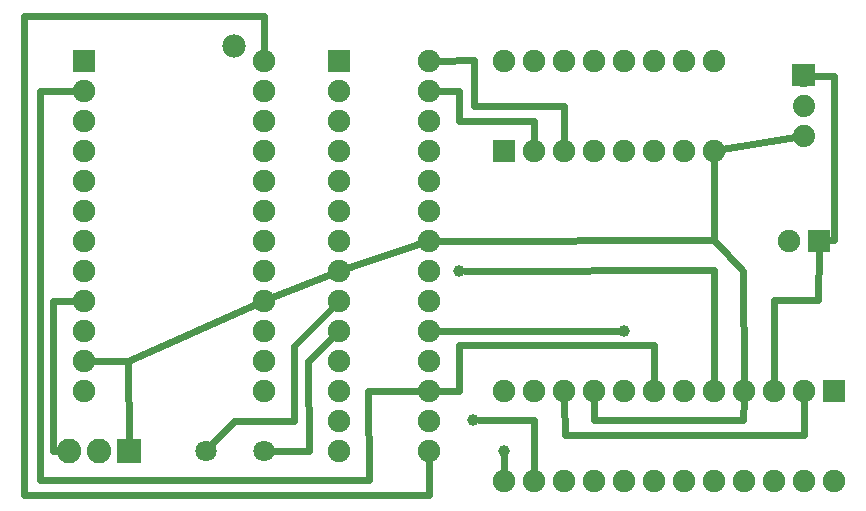
<source format=gtl>
G04 MADE WITH FRITZING*
G04 WWW.FRITZING.ORG*
G04 DOUBLE SIDED*
G04 HOLES PLATED*
G04 CONTOUR ON CENTER OF CONTOUR VECTOR*
%ASAXBY*%
%FSLAX23Y23*%
%MOIN*%
%OFA0B0*%
%SFA1.0B1.0*%
%ADD10C,0.074000*%
%ADD11C,0.075000*%
%ADD12C,0.039370*%
%ADD13C,0.082000*%
%ADD14C,0.070925*%
%ADD15C,0.070866*%
%ADD16C,0.078000*%
%ADD17R,0.075000X0.075000*%
%ADD18R,0.082000X0.082000*%
%ADD19C,0.024000*%
%ADD20R,0.001000X0.001000*%
%LNCOPPER1*%
G90*
G70*
G54D10*
X2628Y1426D03*
X2628Y1326D03*
X2628Y1226D03*
X2628Y1426D03*
X2628Y1326D03*
X2628Y1226D03*
G54D11*
X2678Y876D03*
X2578Y876D03*
G54D12*
X1526Y277D03*
X1627Y175D03*
X2028Y576D03*
X1478Y776D03*
G54D11*
X2728Y376D03*
X2728Y76D03*
X2628Y376D03*
X2628Y76D03*
X2528Y376D03*
X2528Y76D03*
X2428Y376D03*
X2428Y76D03*
X2328Y376D03*
X2328Y76D03*
X2228Y376D03*
X2228Y76D03*
X2128Y376D03*
X2128Y76D03*
X2028Y376D03*
X2028Y76D03*
X1928Y376D03*
X1928Y76D03*
X1828Y376D03*
X1828Y76D03*
X1728Y376D03*
X1728Y76D03*
X1628Y376D03*
X1628Y76D03*
X1078Y1476D03*
X1378Y1476D03*
X1078Y1376D03*
X1378Y1376D03*
X1078Y1276D03*
X1378Y1276D03*
X1078Y1176D03*
X1378Y1176D03*
X1078Y1076D03*
X1378Y1076D03*
X1078Y976D03*
X1378Y976D03*
X1078Y876D03*
X1378Y876D03*
X1078Y776D03*
X1378Y776D03*
X1078Y676D03*
X1378Y676D03*
X1078Y576D03*
X1378Y576D03*
X1078Y476D03*
X1378Y476D03*
X1078Y376D03*
X1378Y376D03*
X1078Y276D03*
X1378Y276D03*
X1078Y176D03*
X1378Y176D03*
X228Y1476D03*
X828Y1476D03*
X228Y1376D03*
X828Y1376D03*
X228Y1276D03*
X828Y1276D03*
X228Y1176D03*
X828Y1176D03*
X228Y1076D03*
X828Y1076D03*
X228Y976D03*
X828Y976D03*
X228Y876D03*
X828Y876D03*
X228Y776D03*
X828Y776D03*
X228Y676D03*
X828Y676D03*
X228Y576D03*
X828Y576D03*
X228Y476D03*
X828Y476D03*
X228Y376D03*
X828Y376D03*
G54D13*
X378Y176D03*
X278Y176D03*
X178Y176D03*
G54D14*
X635Y176D03*
G54D15*
X828Y176D03*
G54D11*
X1628Y1176D03*
X1628Y1476D03*
X1728Y1176D03*
X1728Y1476D03*
X1828Y1176D03*
X1828Y1476D03*
X1928Y1176D03*
X1928Y1476D03*
X2028Y1176D03*
X2028Y1476D03*
X2128Y1176D03*
X2128Y1476D03*
X2228Y1176D03*
X2228Y1476D03*
X2328Y1176D03*
X2328Y1476D03*
G54D16*
X728Y1526D03*
G54D17*
X2678Y876D03*
X2728Y376D03*
X1078Y1476D03*
X228Y1476D03*
G54D18*
X378Y176D03*
G54D17*
X1628Y1176D03*
G54D19*
X2356Y1181D02*
X2597Y1221D01*
D02*
X2426Y775D02*
X2428Y405D01*
D02*
X2329Y877D02*
X2426Y775D01*
D02*
X2327Y777D02*
X2328Y405D01*
D02*
X1497Y776D02*
X2327Y777D01*
D02*
X1729Y277D02*
X1728Y105D01*
D02*
X1545Y277D02*
X1729Y277D01*
D02*
X1627Y156D02*
X1628Y105D01*
D02*
X1479Y374D02*
X1406Y376D01*
D02*
X1479Y527D02*
X1479Y374D01*
D02*
X2127Y527D02*
X1479Y527D01*
D02*
X2128Y405D02*
X2127Y527D01*
D02*
X1406Y576D02*
X2009Y576D01*
D02*
X1479Y1276D02*
X1729Y1276D01*
D02*
X1729Y1276D02*
X1728Y1205D01*
D02*
X1479Y1374D02*
X1479Y1276D01*
D02*
X1406Y1375D02*
X1479Y1374D01*
D02*
X1528Y1477D02*
X1528Y1325D01*
D02*
X1528Y1325D02*
X1828Y1325D01*
D02*
X1828Y1325D02*
X1828Y1205D01*
D02*
X1406Y1476D02*
X1528Y1477D01*
D02*
X199Y676D02*
X126Y674D01*
D02*
X378Y208D02*
X376Y476D01*
D02*
X854Y687D02*
X1051Y765D01*
D02*
X1377Y27D02*
X29Y27D01*
D02*
X1378Y147D02*
X1377Y27D01*
D02*
X29Y1625D02*
X827Y1625D01*
D02*
X29Y27D02*
X29Y1625D01*
D02*
X827Y1625D02*
X828Y1505D01*
D02*
X1175Y376D02*
X1178Y78D01*
D02*
X80Y78D02*
X80Y1375D01*
D02*
X1349Y376D02*
X1175Y376D01*
D02*
X80Y1375D02*
X199Y1376D01*
D02*
X1351Y867D02*
X1105Y785D01*
D02*
X256Y476D02*
X376Y476D01*
D02*
X927Y525D02*
X1058Y656D01*
D02*
X927Y276D02*
X927Y525D01*
D02*
X728Y276D02*
X927Y276D01*
D02*
X653Y196D02*
X728Y276D01*
D02*
X978Y175D02*
X976Y475D01*
D02*
X855Y176D02*
X978Y175D01*
D02*
X976Y475D02*
X1057Y556D01*
D02*
X1178Y78D02*
X80Y78D01*
D02*
X126Y175D02*
X146Y175D01*
D02*
X126Y674D02*
X126Y175D01*
D02*
X376Y476D02*
X256Y476D01*
D02*
X376Y476D02*
X802Y664D01*
D02*
X2329Y877D02*
X2328Y1147D01*
D02*
X1406Y876D02*
X2329Y877D01*
D02*
X2729Y1425D02*
X2729Y878D01*
D02*
X2729Y878D02*
X2706Y877D01*
D02*
X2659Y1426D02*
X2729Y1425D01*
D02*
X2529Y678D02*
X2528Y405D01*
D02*
X2677Y847D02*
X2675Y678D01*
D02*
X2675Y678D02*
X2529Y678D01*
D02*
X2627Y347D02*
X2627Y228D01*
D02*
X2627Y228D02*
X1830Y228D01*
D02*
X1830Y228D02*
X1828Y347D01*
D02*
X2426Y277D02*
X2427Y347D01*
D02*
X1928Y277D02*
X2426Y277D01*
D02*
X1928Y347D02*
X1928Y277D01*
G54D20*
X2590Y1463D02*
X2663Y1463D01*
X2590Y1462D02*
X2663Y1462D01*
X2590Y1461D02*
X2663Y1461D01*
X2590Y1460D02*
X2663Y1460D01*
X2590Y1459D02*
X2663Y1459D01*
X2590Y1458D02*
X2663Y1458D01*
X2590Y1457D02*
X2663Y1457D01*
X2590Y1456D02*
X2663Y1456D01*
X2590Y1455D02*
X2663Y1455D01*
X2590Y1454D02*
X2663Y1454D01*
X2590Y1453D02*
X2663Y1453D01*
X2590Y1452D02*
X2663Y1452D01*
X2590Y1451D02*
X2663Y1451D01*
X2590Y1450D02*
X2663Y1450D01*
X2590Y1449D02*
X2663Y1449D01*
X2590Y1448D02*
X2663Y1448D01*
X2590Y1447D02*
X2663Y1447D01*
X2590Y1446D02*
X2621Y1446D01*
X2633Y1446D02*
X2663Y1446D01*
X2590Y1445D02*
X2618Y1445D01*
X2635Y1445D02*
X2663Y1445D01*
X2590Y1444D02*
X2616Y1444D01*
X2637Y1444D02*
X2663Y1444D01*
X2590Y1443D02*
X2615Y1443D01*
X2639Y1443D02*
X2663Y1443D01*
X2590Y1442D02*
X2614Y1442D01*
X2640Y1442D02*
X2663Y1442D01*
X2590Y1441D02*
X2612Y1441D01*
X2641Y1441D02*
X2663Y1441D01*
X2590Y1440D02*
X2612Y1440D01*
X2642Y1440D02*
X2663Y1440D01*
X2590Y1439D02*
X2611Y1439D01*
X2643Y1439D02*
X2663Y1439D01*
X2590Y1438D02*
X2610Y1438D01*
X2644Y1438D02*
X2663Y1438D01*
X2590Y1437D02*
X2609Y1437D01*
X2645Y1437D02*
X2663Y1437D01*
X2590Y1436D02*
X2609Y1436D01*
X2645Y1436D02*
X2663Y1436D01*
X2590Y1435D02*
X2608Y1435D01*
X2646Y1435D02*
X2663Y1435D01*
X2590Y1434D02*
X2608Y1434D01*
X2646Y1434D02*
X2663Y1434D01*
X2590Y1433D02*
X2607Y1433D01*
X2646Y1433D02*
X2663Y1433D01*
X2590Y1432D02*
X2607Y1432D01*
X2647Y1432D02*
X2663Y1432D01*
X2590Y1431D02*
X2607Y1431D01*
X2647Y1431D02*
X2663Y1431D01*
X2590Y1430D02*
X2607Y1430D01*
X2647Y1430D02*
X2663Y1430D01*
X2590Y1429D02*
X2607Y1429D01*
X2647Y1429D02*
X2663Y1429D01*
X2590Y1428D02*
X2606Y1428D01*
X2647Y1428D02*
X2663Y1428D01*
X2590Y1427D02*
X2606Y1427D01*
X2647Y1427D02*
X2663Y1427D01*
X2590Y1426D02*
X2606Y1426D01*
X2647Y1426D02*
X2663Y1426D01*
X2590Y1425D02*
X2607Y1425D01*
X2647Y1425D02*
X2663Y1425D01*
X2590Y1424D02*
X2607Y1424D01*
X2647Y1424D02*
X2663Y1424D01*
X2590Y1423D02*
X2607Y1423D01*
X2647Y1423D02*
X2663Y1423D01*
X2590Y1422D02*
X2607Y1422D01*
X2647Y1422D02*
X2663Y1422D01*
X2590Y1421D02*
X2607Y1421D01*
X2647Y1421D02*
X2663Y1421D01*
X2590Y1420D02*
X2608Y1420D01*
X2646Y1420D02*
X2663Y1420D01*
X2590Y1419D02*
X2608Y1419D01*
X2646Y1419D02*
X2663Y1419D01*
X2590Y1418D02*
X2608Y1418D01*
X2645Y1418D02*
X2663Y1418D01*
X2590Y1417D02*
X2609Y1417D01*
X2645Y1417D02*
X2663Y1417D01*
X2590Y1416D02*
X2610Y1416D01*
X2644Y1416D02*
X2663Y1416D01*
X2590Y1415D02*
X2610Y1415D01*
X2644Y1415D02*
X2663Y1415D01*
X2590Y1414D02*
X2611Y1414D01*
X2643Y1414D02*
X2663Y1414D01*
X2590Y1413D02*
X2612Y1413D01*
X2642Y1413D02*
X2663Y1413D01*
X2590Y1412D02*
X2613Y1412D01*
X2641Y1412D02*
X2663Y1412D01*
X2590Y1411D02*
X2614Y1411D01*
X2640Y1411D02*
X2663Y1411D01*
X2590Y1410D02*
X2615Y1410D01*
X2638Y1410D02*
X2663Y1410D01*
X2590Y1409D02*
X2617Y1409D01*
X2637Y1409D02*
X2663Y1409D01*
X2590Y1408D02*
X2619Y1408D01*
X2635Y1408D02*
X2663Y1408D01*
X2590Y1407D02*
X2623Y1407D01*
X2631Y1407D02*
X2663Y1407D01*
X2590Y1406D02*
X2663Y1406D01*
X2590Y1405D02*
X2663Y1405D01*
X2590Y1404D02*
X2663Y1404D01*
X2590Y1403D02*
X2663Y1403D01*
X2590Y1402D02*
X2663Y1402D01*
X2590Y1401D02*
X2663Y1401D01*
X2590Y1400D02*
X2663Y1400D01*
X2590Y1399D02*
X2663Y1399D01*
X2590Y1398D02*
X2663Y1398D01*
X2590Y1397D02*
X2663Y1397D01*
X2590Y1396D02*
X2663Y1396D01*
X2590Y1395D02*
X2663Y1395D01*
X2590Y1394D02*
X2663Y1394D01*
X2590Y1393D02*
X2663Y1393D01*
X2590Y1392D02*
X2663Y1392D01*
X2590Y1391D02*
X2663Y1391D01*
X2591Y1390D02*
X2663Y1390D01*
D02*
G04 End of Copper1*
M02*
</source>
